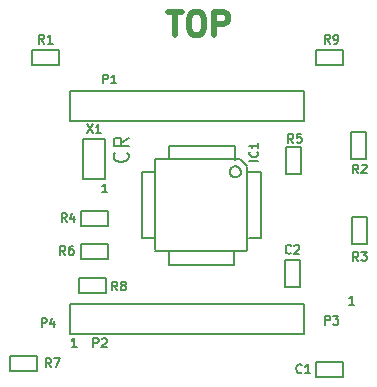
<source format=gto>
G04 (created by PCBNEW-RS274X (2012-apr-16-27)-stable) date Mon 01 Apr 2013 09:11:56 AM PDT*
G01*
G70*
G90*
%MOIN*%
G04 Gerber Fmt 3.4, Leading zero omitted, Abs format*
%FSLAX34Y34*%
G04 APERTURE LIST*
%ADD10C,0.006000*%
%ADD11C,0.005900*%
%ADD12C,0.019700*%
%ADD13C,0.005000*%
%ADD14C,0.008000*%
G04 APERTURE END LIST*
G54D10*
G54D11*
X50255Y-37403D02*
X50255Y-37108D01*
X50368Y-37108D01*
X50396Y-37122D01*
X50410Y-37136D01*
X50424Y-37164D01*
X50424Y-37206D01*
X50410Y-37234D01*
X50396Y-37248D01*
X50368Y-37262D01*
X50255Y-37262D01*
X50522Y-37108D02*
X50705Y-37108D01*
X50606Y-37220D01*
X50649Y-37220D01*
X50677Y-37234D01*
X50691Y-37248D01*
X50705Y-37276D01*
X50705Y-37347D01*
X50691Y-37375D01*
X50677Y-37389D01*
X50649Y-37403D01*
X50564Y-37403D01*
X50536Y-37389D01*
X50522Y-37375D01*
X40806Y-37481D02*
X40806Y-37186D01*
X40919Y-37186D01*
X40947Y-37200D01*
X40961Y-37214D01*
X40975Y-37242D01*
X40975Y-37284D01*
X40961Y-37312D01*
X40947Y-37326D01*
X40919Y-37340D01*
X40806Y-37340D01*
X41228Y-37284D02*
X41228Y-37481D01*
X41157Y-37172D02*
X41087Y-37383D01*
X41270Y-37383D01*
X41975Y-38150D02*
X41806Y-38150D01*
X41890Y-38150D02*
X41890Y-37855D01*
X41862Y-37897D01*
X41834Y-37925D01*
X41806Y-37939D01*
X51227Y-36733D02*
X51058Y-36733D01*
X51142Y-36733D02*
X51142Y-36438D01*
X51114Y-36480D01*
X51086Y-36508D01*
X51058Y-36522D01*
X42998Y-32993D02*
X42829Y-32993D01*
X42913Y-32993D02*
X42913Y-32698D01*
X42885Y-32740D01*
X42857Y-32768D01*
X42829Y-32782D01*
G54D12*
X45033Y-26972D02*
X45483Y-26972D01*
X45258Y-27759D02*
X45258Y-26972D01*
X45895Y-26972D02*
X46045Y-26972D01*
X46120Y-27010D01*
X46195Y-27084D01*
X46233Y-27234D01*
X46233Y-27497D01*
X46195Y-27647D01*
X46120Y-27722D01*
X46045Y-27759D01*
X45895Y-27759D01*
X45820Y-27722D01*
X45745Y-27647D01*
X45708Y-27497D01*
X45708Y-27234D01*
X45745Y-27084D01*
X45820Y-27010D01*
X45895Y-26972D01*
X46569Y-27759D02*
X46569Y-26972D01*
X46869Y-26972D01*
X46944Y-27010D01*
X46982Y-27047D01*
X47019Y-27122D01*
X47019Y-27234D01*
X46982Y-27309D01*
X46944Y-27347D01*
X46869Y-27384D01*
X46569Y-27384D01*
G54D13*
X49944Y-28254D02*
X50844Y-28254D01*
X50844Y-28254D02*
X50844Y-28754D01*
X50844Y-28754D02*
X49944Y-28754D01*
X49944Y-28754D02*
X49944Y-28254D01*
X42070Y-35852D02*
X42970Y-35852D01*
X42970Y-35852D02*
X42970Y-36352D01*
X42970Y-36352D02*
X42070Y-36352D01*
X42070Y-36352D02*
X42070Y-35852D01*
X39747Y-38451D02*
X40647Y-38451D01*
X40647Y-38451D02*
X40647Y-38951D01*
X40647Y-38951D02*
X39747Y-38951D01*
X39747Y-38951D02*
X39747Y-38451D01*
X42109Y-34711D02*
X43009Y-34711D01*
X43009Y-34711D02*
X43009Y-35211D01*
X43009Y-35211D02*
X42109Y-35211D01*
X42109Y-35211D02*
X42109Y-34711D01*
X49463Y-31479D02*
X49463Y-32379D01*
X49463Y-32379D02*
X48963Y-32379D01*
X48963Y-32379D02*
X48963Y-31479D01*
X48963Y-31479D02*
X49463Y-31479D01*
X42109Y-33608D02*
X43009Y-33608D01*
X43009Y-33608D02*
X43009Y-34108D01*
X43009Y-34108D02*
X42109Y-34108D01*
X42109Y-34108D02*
X42109Y-33608D01*
X51667Y-33802D02*
X51667Y-34702D01*
X51667Y-34702D02*
X51167Y-34702D01*
X51167Y-34702D02*
X51167Y-33802D01*
X51167Y-33802D02*
X51667Y-33802D01*
X51128Y-31867D02*
X51128Y-30967D01*
X51128Y-30967D02*
X51628Y-30967D01*
X51628Y-30967D02*
X51628Y-31867D01*
X51628Y-31867D02*
X51128Y-31867D01*
X40495Y-28254D02*
X41395Y-28254D01*
X41395Y-28254D02*
X41395Y-28754D01*
X41395Y-28754D02*
X40495Y-28754D01*
X40495Y-28754D02*
X40495Y-28254D01*
G54D10*
X45051Y-35405D02*
X45051Y-34955D01*
X47231Y-35405D02*
X47231Y-34965D01*
X45051Y-35405D02*
X47231Y-35405D01*
X44581Y-34525D02*
X44151Y-34525D01*
X44571Y-32315D02*
X44151Y-32315D01*
X44151Y-32305D02*
X44141Y-34525D01*
X48121Y-32325D02*
X48131Y-34495D01*
X47431Y-31895D02*
X44601Y-31895D01*
X48121Y-34505D02*
X47711Y-34505D01*
X47671Y-32145D02*
X47671Y-34925D01*
X44591Y-34945D02*
X47631Y-34945D01*
X44591Y-31895D02*
X44591Y-34895D01*
X47261Y-31445D02*
X45041Y-31445D01*
X45041Y-31445D02*
X45041Y-31895D01*
X47441Y-31899D02*
X47671Y-32129D01*
X47261Y-31447D02*
X47261Y-31899D01*
X47671Y-32325D02*
X48123Y-32325D01*
X47455Y-32307D02*
X47451Y-32343D01*
X47440Y-32378D01*
X47423Y-32411D01*
X47400Y-32439D01*
X47372Y-32462D01*
X47339Y-32480D01*
X47304Y-32491D01*
X47268Y-32494D01*
X47232Y-32491D01*
X47197Y-32481D01*
X47165Y-32464D01*
X47136Y-32441D01*
X47112Y-32413D01*
X47095Y-32381D01*
X47084Y-32346D01*
X47080Y-32309D01*
X47083Y-32274D01*
X47093Y-32238D01*
X47109Y-32206D01*
X47132Y-32177D01*
X47160Y-32153D01*
X47192Y-32135D01*
X47227Y-32124D01*
X47264Y-32120D01*
X47299Y-32122D01*
X47334Y-32132D01*
X47367Y-32149D01*
X47396Y-32171D01*
X47420Y-32199D01*
X47438Y-32231D01*
X47450Y-32266D01*
X47454Y-32302D01*
X47455Y-32307D01*
G54D13*
X49423Y-35259D02*
X49423Y-36159D01*
X49423Y-36159D02*
X48923Y-36159D01*
X48923Y-36159D02*
X48923Y-35259D01*
X48923Y-35259D02*
X49423Y-35259D01*
X49944Y-38648D02*
X50844Y-38648D01*
X50844Y-38648D02*
X50844Y-39148D01*
X50844Y-39148D02*
X49944Y-39148D01*
X49944Y-39148D02*
X49944Y-38648D01*
G54D10*
X49569Y-29618D02*
X49569Y-30618D01*
X41769Y-29618D02*
X41769Y-30618D01*
X41769Y-29618D02*
X49569Y-29618D01*
X49569Y-30618D02*
X41769Y-30618D01*
X49569Y-36705D02*
X49569Y-37705D01*
X41769Y-36705D02*
X41769Y-37705D01*
X41769Y-36705D02*
X49569Y-36705D01*
X49569Y-37705D02*
X41769Y-37705D01*
G54D14*
X42205Y-32559D02*
X42205Y-31221D01*
X42205Y-31221D02*
X42913Y-31221D01*
X42913Y-31221D02*
X42913Y-32559D01*
X42913Y-32559D02*
X42205Y-32559D01*
G54D11*
X50424Y-28032D02*
X50325Y-27891D01*
X50255Y-28032D02*
X50255Y-27737D01*
X50368Y-27737D01*
X50396Y-27751D01*
X50410Y-27765D01*
X50424Y-27793D01*
X50424Y-27835D01*
X50410Y-27863D01*
X50396Y-27877D01*
X50368Y-27891D01*
X50255Y-27891D01*
X50564Y-28032D02*
X50620Y-28032D01*
X50649Y-28018D01*
X50663Y-28004D01*
X50691Y-27962D01*
X50705Y-27905D01*
X50705Y-27793D01*
X50691Y-27765D01*
X50677Y-27751D01*
X50649Y-27737D01*
X50592Y-27737D01*
X50564Y-27751D01*
X50550Y-27765D01*
X50536Y-27793D01*
X50536Y-27863D01*
X50550Y-27891D01*
X50564Y-27905D01*
X50592Y-27920D01*
X50649Y-27920D01*
X50677Y-27905D01*
X50691Y-27891D01*
X50705Y-27863D01*
X43337Y-36260D02*
X43238Y-36119D01*
X43168Y-36260D02*
X43168Y-35965D01*
X43281Y-35965D01*
X43309Y-35979D01*
X43323Y-35993D01*
X43337Y-36021D01*
X43337Y-36063D01*
X43323Y-36091D01*
X43309Y-36105D01*
X43281Y-36119D01*
X43168Y-36119D01*
X43505Y-36091D02*
X43477Y-36077D01*
X43463Y-36063D01*
X43449Y-36035D01*
X43449Y-36021D01*
X43463Y-35993D01*
X43477Y-35979D01*
X43505Y-35965D01*
X43562Y-35965D01*
X43590Y-35979D01*
X43604Y-35993D01*
X43618Y-36021D01*
X43618Y-36035D01*
X43604Y-36063D01*
X43590Y-36077D01*
X43562Y-36091D01*
X43505Y-36091D01*
X43477Y-36105D01*
X43463Y-36119D01*
X43449Y-36148D01*
X43449Y-36204D01*
X43463Y-36232D01*
X43477Y-36246D01*
X43505Y-36260D01*
X43562Y-36260D01*
X43590Y-36246D01*
X43604Y-36232D01*
X43618Y-36204D01*
X43618Y-36148D01*
X43604Y-36119D01*
X43590Y-36105D01*
X43562Y-36091D01*
X41132Y-38820D02*
X41033Y-38679D01*
X40963Y-38820D02*
X40963Y-38525D01*
X41076Y-38525D01*
X41104Y-38539D01*
X41118Y-38553D01*
X41132Y-38581D01*
X41132Y-38623D01*
X41118Y-38651D01*
X41104Y-38665D01*
X41076Y-38679D01*
X40963Y-38679D01*
X41230Y-38525D02*
X41427Y-38525D01*
X41300Y-38820D01*
X41604Y-35080D02*
X41505Y-34939D01*
X41435Y-35080D02*
X41435Y-34785D01*
X41548Y-34785D01*
X41576Y-34799D01*
X41590Y-34813D01*
X41604Y-34841D01*
X41604Y-34883D01*
X41590Y-34911D01*
X41576Y-34925D01*
X41548Y-34939D01*
X41435Y-34939D01*
X41857Y-34785D02*
X41800Y-34785D01*
X41772Y-34799D01*
X41758Y-34813D01*
X41730Y-34855D01*
X41716Y-34911D01*
X41716Y-35024D01*
X41730Y-35052D01*
X41744Y-35066D01*
X41772Y-35080D01*
X41829Y-35080D01*
X41857Y-35066D01*
X41871Y-35052D01*
X41885Y-35024D01*
X41885Y-34953D01*
X41871Y-34925D01*
X41857Y-34911D01*
X41829Y-34897D01*
X41772Y-34897D01*
X41744Y-34911D01*
X41730Y-34925D01*
X41716Y-34953D01*
X49203Y-31339D02*
X49104Y-31198D01*
X49034Y-31339D02*
X49034Y-31044D01*
X49147Y-31044D01*
X49175Y-31058D01*
X49189Y-31072D01*
X49203Y-31100D01*
X49203Y-31142D01*
X49189Y-31170D01*
X49175Y-31184D01*
X49147Y-31198D01*
X49034Y-31198D01*
X49470Y-31044D02*
X49329Y-31044D01*
X49315Y-31184D01*
X49329Y-31170D01*
X49357Y-31156D01*
X49428Y-31156D01*
X49456Y-31170D01*
X49470Y-31184D01*
X49484Y-31212D01*
X49484Y-31283D01*
X49470Y-31311D01*
X49456Y-31325D01*
X49428Y-31339D01*
X49357Y-31339D01*
X49329Y-31325D01*
X49315Y-31311D01*
X41644Y-33977D02*
X41545Y-33836D01*
X41475Y-33977D02*
X41475Y-33682D01*
X41588Y-33682D01*
X41616Y-33696D01*
X41630Y-33710D01*
X41644Y-33738D01*
X41644Y-33780D01*
X41630Y-33808D01*
X41616Y-33822D01*
X41588Y-33836D01*
X41475Y-33836D01*
X41897Y-33780D02*
X41897Y-33977D01*
X41826Y-33668D02*
X41756Y-33879D01*
X41939Y-33879D01*
X51368Y-35276D02*
X51269Y-35135D01*
X51199Y-35276D02*
X51199Y-34981D01*
X51312Y-34981D01*
X51340Y-34995D01*
X51354Y-35009D01*
X51368Y-35037D01*
X51368Y-35079D01*
X51354Y-35107D01*
X51340Y-35121D01*
X51312Y-35135D01*
X51199Y-35135D01*
X51466Y-34981D02*
X51649Y-34981D01*
X51550Y-35093D01*
X51593Y-35093D01*
X51621Y-35107D01*
X51635Y-35121D01*
X51649Y-35149D01*
X51649Y-35220D01*
X51635Y-35248D01*
X51621Y-35262D01*
X51593Y-35276D01*
X51508Y-35276D01*
X51480Y-35262D01*
X51466Y-35248D01*
X51368Y-32363D02*
X51269Y-32222D01*
X51199Y-32363D02*
X51199Y-32068D01*
X51312Y-32068D01*
X51340Y-32082D01*
X51354Y-32096D01*
X51368Y-32124D01*
X51368Y-32166D01*
X51354Y-32194D01*
X51340Y-32208D01*
X51312Y-32222D01*
X51199Y-32222D01*
X51480Y-32096D02*
X51494Y-32082D01*
X51522Y-32068D01*
X51593Y-32068D01*
X51621Y-32082D01*
X51635Y-32096D01*
X51649Y-32124D01*
X51649Y-32152D01*
X51635Y-32194D01*
X51466Y-32363D01*
X51649Y-32363D01*
X40896Y-28032D02*
X40797Y-27891D01*
X40727Y-28032D02*
X40727Y-27737D01*
X40840Y-27737D01*
X40868Y-27751D01*
X40882Y-27765D01*
X40896Y-27793D01*
X40896Y-27835D01*
X40882Y-27863D01*
X40868Y-27877D01*
X40840Y-27891D01*
X40727Y-27891D01*
X41177Y-28032D02*
X41008Y-28032D01*
X41092Y-28032D02*
X41092Y-27737D01*
X41064Y-27779D01*
X41036Y-27807D01*
X41008Y-27821D01*
X48032Y-31941D02*
X47737Y-31941D01*
X48004Y-31632D02*
X48018Y-31646D01*
X48032Y-31688D01*
X48032Y-31716D01*
X48018Y-31759D01*
X47990Y-31787D01*
X47962Y-31801D01*
X47905Y-31815D01*
X47863Y-31815D01*
X47807Y-31801D01*
X47779Y-31787D01*
X47751Y-31759D01*
X47737Y-31716D01*
X47737Y-31688D01*
X47751Y-31646D01*
X47765Y-31632D01*
X48032Y-31351D02*
X48032Y-31520D01*
X48032Y-31436D02*
X47737Y-31436D01*
X47779Y-31464D01*
X47807Y-31492D01*
X47821Y-31520D01*
X49124Y-35013D02*
X49110Y-35027D01*
X49068Y-35041D01*
X49040Y-35041D01*
X48997Y-35027D01*
X48969Y-34999D01*
X48955Y-34971D01*
X48941Y-34914D01*
X48941Y-34872D01*
X48955Y-34816D01*
X48969Y-34788D01*
X48997Y-34760D01*
X49040Y-34746D01*
X49068Y-34746D01*
X49110Y-34760D01*
X49124Y-34774D01*
X49236Y-34774D02*
X49250Y-34760D01*
X49278Y-34746D01*
X49349Y-34746D01*
X49377Y-34760D01*
X49391Y-34774D01*
X49405Y-34802D01*
X49405Y-34830D01*
X49391Y-34872D01*
X49222Y-35041D01*
X49405Y-35041D01*
X49479Y-38989D02*
X49465Y-39003D01*
X49423Y-39017D01*
X49395Y-39017D01*
X49352Y-39003D01*
X49324Y-38975D01*
X49310Y-38947D01*
X49296Y-38890D01*
X49296Y-38848D01*
X49310Y-38792D01*
X49324Y-38764D01*
X49352Y-38736D01*
X49395Y-38722D01*
X49423Y-38722D01*
X49465Y-38736D01*
X49479Y-38750D01*
X49760Y-39017D02*
X49591Y-39017D01*
X49675Y-39017D02*
X49675Y-38722D01*
X49647Y-38764D01*
X49619Y-38792D01*
X49591Y-38806D01*
X42841Y-29363D02*
X42841Y-29068D01*
X42954Y-29068D01*
X42982Y-29082D01*
X42996Y-29096D01*
X43010Y-29124D01*
X43010Y-29166D01*
X42996Y-29194D01*
X42982Y-29208D01*
X42954Y-29222D01*
X42841Y-29222D01*
X43291Y-29363D02*
X43122Y-29363D01*
X43206Y-29363D02*
X43206Y-29068D01*
X43178Y-29110D01*
X43150Y-29138D01*
X43122Y-29152D01*
X42538Y-38150D02*
X42538Y-37855D01*
X42651Y-37855D01*
X42679Y-37869D01*
X42693Y-37883D01*
X42707Y-37911D01*
X42707Y-37953D01*
X42693Y-37981D01*
X42679Y-37995D01*
X42651Y-38009D01*
X42538Y-38009D01*
X42819Y-37883D02*
X42833Y-37869D01*
X42861Y-37855D01*
X42932Y-37855D01*
X42960Y-37869D01*
X42974Y-37883D01*
X42988Y-37911D01*
X42988Y-37939D01*
X42974Y-37981D01*
X42805Y-38150D01*
X42988Y-38150D01*
X42320Y-30730D02*
X42517Y-31025D01*
X42517Y-30730D02*
X42320Y-31025D01*
X42784Y-31025D02*
X42615Y-31025D01*
X42699Y-31025D02*
X42699Y-30730D01*
X42671Y-30772D01*
X42643Y-30800D01*
X42615Y-30814D01*
G54D14*
X43659Y-31670D02*
X43683Y-31694D01*
X43706Y-31765D01*
X43706Y-31813D01*
X43683Y-31885D01*
X43635Y-31932D01*
X43587Y-31956D01*
X43492Y-31980D01*
X43421Y-31980D01*
X43325Y-31956D01*
X43278Y-31932D01*
X43230Y-31885D01*
X43206Y-31813D01*
X43206Y-31765D01*
X43230Y-31694D01*
X43254Y-31670D01*
X43706Y-31170D02*
X43468Y-31337D01*
X43706Y-31456D02*
X43206Y-31456D01*
X43206Y-31265D01*
X43230Y-31218D01*
X43254Y-31194D01*
X43302Y-31170D01*
X43373Y-31170D01*
X43421Y-31194D01*
X43444Y-31218D01*
X43468Y-31265D01*
X43468Y-31456D01*
M02*

</source>
